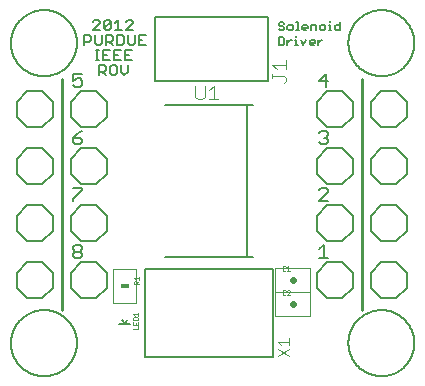
<source format=gto>
G75*
%MOIN*%
%OFA0B0*%
%FSLAX25Y25*%
%IPPOS*%
%LPD*%
%AMOC8*
5,1,8,0,0,1.08239X$1,22.5*
%
%ADD10C,0.01000*%
%ADD11C,0.00600*%
%ADD12C,0.00500*%
%ADD13C,0.00800*%
%ADD14C,0.00400*%
%ADD15C,0.00200*%
%ADD16C,0.02200*%
%ADD17C,0.00100*%
%ADD18R,0.03000X0.01800*%
D10*
X0018250Y0023250D02*
X0018250Y0100250D01*
X0118250Y0100250D02*
X0118250Y0023250D01*
D11*
X0111750Y0027250D02*
X0106750Y0027250D01*
X0103250Y0030750D01*
X0103250Y0035750D01*
X0106750Y0039250D01*
X0111750Y0039250D01*
X0115250Y0035750D01*
X0115250Y0030750D01*
X0111750Y0027250D01*
X0121250Y0030750D02*
X0121250Y0035750D01*
X0124750Y0039250D01*
X0129750Y0039250D01*
X0133250Y0035750D01*
X0133250Y0030750D01*
X0129750Y0027250D01*
X0124750Y0027250D01*
X0121250Y0030750D01*
X0124750Y0046250D02*
X0129750Y0046250D01*
X0133250Y0049750D01*
X0133250Y0054750D01*
X0129750Y0058250D01*
X0124750Y0058250D01*
X0121250Y0054750D01*
X0121250Y0049750D01*
X0124750Y0046250D01*
X0115250Y0049750D02*
X0115250Y0054750D01*
X0111750Y0058250D01*
X0106750Y0058250D01*
X0103250Y0054750D01*
X0103250Y0049750D01*
X0106750Y0046250D01*
X0111750Y0046250D01*
X0115250Y0049750D01*
X0111750Y0065250D02*
X0106750Y0065250D01*
X0103250Y0068750D01*
X0103250Y0073750D01*
X0106750Y0077250D01*
X0111750Y0077250D01*
X0115250Y0073750D01*
X0115250Y0068750D01*
X0111750Y0065250D01*
X0121250Y0068750D02*
X0121250Y0073750D01*
X0124750Y0077250D01*
X0129750Y0077250D01*
X0133250Y0073750D01*
X0133250Y0068750D01*
X0129750Y0065250D01*
X0124750Y0065250D01*
X0121250Y0068750D01*
X0124750Y0084250D02*
X0129750Y0084250D01*
X0133250Y0087750D01*
X0133250Y0092750D01*
X0129750Y0096250D01*
X0124750Y0096250D01*
X0121250Y0092750D01*
X0121250Y0087750D01*
X0124750Y0084250D01*
X0115250Y0087750D02*
X0115250Y0092750D01*
X0111750Y0096250D01*
X0106750Y0096250D01*
X0103250Y0092750D01*
X0103250Y0087750D01*
X0106750Y0084250D01*
X0111750Y0084250D01*
X0115250Y0087750D01*
X0046234Y0111550D02*
X0043966Y0111550D01*
X0043966Y0114953D01*
X0046234Y0114953D01*
X0045100Y0113251D02*
X0043966Y0113251D01*
X0042551Y0112117D02*
X0042551Y0114953D01*
X0041868Y0116550D02*
X0039599Y0116550D01*
X0041868Y0118819D01*
X0041868Y0119386D01*
X0041301Y0119953D01*
X0040167Y0119953D01*
X0039599Y0119386D01*
X0037051Y0119953D02*
X0037051Y0116550D01*
X0038185Y0116550D02*
X0035916Y0116550D01*
X0034502Y0117117D02*
X0033935Y0116550D01*
X0032800Y0116550D01*
X0032233Y0117117D01*
X0034502Y0119386D01*
X0034502Y0117117D01*
X0035916Y0118819D02*
X0037051Y0119953D01*
X0034502Y0119386D02*
X0033935Y0119953D01*
X0032800Y0119953D01*
X0032233Y0119386D01*
X0032233Y0117117D01*
X0030819Y0116550D02*
X0028550Y0116550D01*
X0030819Y0118819D01*
X0030819Y0119386D01*
X0030251Y0119953D01*
X0029117Y0119953D01*
X0028550Y0119386D01*
X0029233Y0114953D02*
X0029233Y0112117D01*
X0029800Y0111550D01*
X0030935Y0111550D01*
X0031502Y0112117D01*
X0031502Y0114953D01*
X0032916Y0114953D02*
X0034618Y0114953D01*
X0035185Y0114386D01*
X0035185Y0113251D01*
X0034618Y0112684D01*
X0032916Y0112684D01*
X0032916Y0111550D02*
X0032916Y0114953D01*
X0034051Y0112684D02*
X0035185Y0111550D01*
X0036599Y0111550D02*
X0038301Y0111550D01*
X0038868Y0112117D01*
X0038868Y0114386D01*
X0038301Y0114953D01*
X0036599Y0114953D01*
X0036599Y0111550D01*
X0035689Y0109953D02*
X0035689Y0106550D01*
X0037957Y0106550D01*
X0039372Y0106550D02*
X0041640Y0106550D01*
X0040506Y0108251D02*
X0039372Y0108251D01*
X0039372Y0106550D02*
X0039372Y0109953D01*
X0041640Y0109953D01*
X0041984Y0111550D02*
X0040850Y0111550D01*
X0040283Y0112117D01*
X0040283Y0114953D01*
X0042551Y0112117D02*
X0041984Y0111550D01*
X0037957Y0109953D02*
X0035689Y0109953D01*
X0034274Y0109953D02*
X0032005Y0109953D01*
X0032005Y0106550D01*
X0034274Y0106550D01*
X0034800Y0104953D02*
X0034233Y0104386D01*
X0034233Y0102117D01*
X0034800Y0101550D01*
X0035935Y0101550D01*
X0036502Y0102117D01*
X0036502Y0104386D01*
X0035935Y0104953D01*
X0034800Y0104953D01*
X0032819Y0104386D02*
X0032819Y0103251D01*
X0032251Y0102684D01*
X0030550Y0102684D01*
X0030550Y0101550D02*
X0030550Y0104953D01*
X0032251Y0104953D01*
X0032819Y0104386D01*
X0031684Y0102684D02*
X0032819Y0101550D01*
X0037916Y0102684D02*
X0039051Y0101550D01*
X0040185Y0102684D01*
X0040185Y0104953D01*
X0037916Y0104953D02*
X0037916Y0102684D01*
X0036823Y0108251D02*
X0035689Y0108251D01*
X0033140Y0108251D02*
X0032005Y0108251D01*
X0030684Y0106550D02*
X0029550Y0106550D01*
X0030117Y0106550D02*
X0030117Y0109953D01*
X0029550Y0109953D02*
X0030684Y0109953D01*
X0027819Y0113251D02*
X0027251Y0112684D01*
X0025550Y0112684D01*
X0025550Y0111550D02*
X0025550Y0114953D01*
X0027251Y0114953D01*
X0027819Y0114386D01*
X0027819Y0113251D01*
X0029750Y0096250D02*
X0024750Y0096250D01*
X0021250Y0092750D01*
X0021250Y0087750D01*
X0024750Y0084250D01*
X0029750Y0084250D01*
X0033250Y0087750D01*
X0033250Y0092750D01*
X0029750Y0096250D01*
X0015250Y0092750D02*
X0015250Y0087750D01*
X0011750Y0084250D01*
X0006750Y0084250D01*
X0003250Y0087750D01*
X0003250Y0092750D01*
X0006750Y0096250D01*
X0011750Y0096250D01*
X0015250Y0092750D01*
X0011750Y0077250D02*
X0006750Y0077250D01*
X0003250Y0073750D01*
X0003250Y0068750D01*
X0006750Y0065250D01*
X0011750Y0065250D01*
X0015250Y0068750D01*
X0015250Y0073750D01*
X0011750Y0077250D01*
X0021250Y0073750D02*
X0021250Y0068750D01*
X0024750Y0065250D01*
X0029750Y0065250D01*
X0033250Y0068750D01*
X0033250Y0073750D01*
X0029750Y0077250D01*
X0024750Y0077250D01*
X0021250Y0073750D01*
X0024750Y0058250D02*
X0029750Y0058250D01*
X0033250Y0054750D01*
X0033250Y0049750D01*
X0029750Y0046250D01*
X0024750Y0046250D01*
X0021250Y0049750D01*
X0021250Y0054750D01*
X0024750Y0058250D01*
X0015250Y0054750D02*
X0015250Y0049750D01*
X0011750Y0046250D01*
X0006750Y0046250D01*
X0003250Y0049750D01*
X0003250Y0054750D01*
X0006750Y0058250D01*
X0011750Y0058250D01*
X0015250Y0054750D01*
X0011750Y0039250D02*
X0006750Y0039250D01*
X0003250Y0035750D01*
X0003250Y0030750D01*
X0006750Y0027250D01*
X0011750Y0027250D01*
X0015250Y0030750D01*
X0015250Y0035750D01*
X0011750Y0039250D01*
X0021250Y0035750D02*
X0021250Y0030750D01*
X0024750Y0027250D01*
X0029750Y0027250D01*
X0033250Y0030750D01*
X0033250Y0035750D01*
X0029750Y0039250D01*
X0024750Y0039250D01*
X0021250Y0035750D01*
D12*
X0001250Y0012250D02*
X0001253Y0012520D01*
X0001263Y0012790D01*
X0001280Y0013059D01*
X0001303Y0013328D01*
X0001333Y0013597D01*
X0001369Y0013864D01*
X0001412Y0014131D01*
X0001461Y0014396D01*
X0001517Y0014660D01*
X0001580Y0014923D01*
X0001648Y0015184D01*
X0001724Y0015443D01*
X0001805Y0015700D01*
X0001893Y0015956D01*
X0001987Y0016209D01*
X0002087Y0016460D01*
X0002194Y0016708D01*
X0002306Y0016953D01*
X0002425Y0017196D01*
X0002549Y0017435D01*
X0002679Y0017672D01*
X0002815Y0017905D01*
X0002957Y0018135D01*
X0003104Y0018361D01*
X0003257Y0018584D01*
X0003415Y0018803D01*
X0003578Y0019018D01*
X0003747Y0019228D01*
X0003921Y0019435D01*
X0004100Y0019637D01*
X0004283Y0019835D01*
X0004472Y0020028D01*
X0004665Y0020217D01*
X0004863Y0020400D01*
X0005065Y0020579D01*
X0005272Y0020753D01*
X0005482Y0020922D01*
X0005697Y0021085D01*
X0005916Y0021243D01*
X0006139Y0021396D01*
X0006365Y0021543D01*
X0006595Y0021685D01*
X0006828Y0021821D01*
X0007065Y0021951D01*
X0007304Y0022075D01*
X0007547Y0022194D01*
X0007792Y0022306D01*
X0008040Y0022413D01*
X0008291Y0022513D01*
X0008544Y0022607D01*
X0008800Y0022695D01*
X0009057Y0022776D01*
X0009316Y0022852D01*
X0009577Y0022920D01*
X0009840Y0022983D01*
X0010104Y0023039D01*
X0010369Y0023088D01*
X0010636Y0023131D01*
X0010903Y0023167D01*
X0011172Y0023197D01*
X0011441Y0023220D01*
X0011710Y0023237D01*
X0011980Y0023247D01*
X0012250Y0023250D01*
X0012520Y0023247D01*
X0012790Y0023237D01*
X0013059Y0023220D01*
X0013328Y0023197D01*
X0013597Y0023167D01*
X0013864Y0023131D01*
X0014131Y0023088D01*
X0014396Y0023039D01*
X0014660Y0022983D01*
X0014923Y0022920D01*
X0015184Y0022852D01*
X0015443Y0022776D01*
X0015700Y0022695D01*
X0015956Y0022607D01*
X0016209Y0022513D01*
X0016460Y0022413D01*
X0016708Y0022306D01*
X0016953Y0022194D01*
X0017196Y0022075D01*
X0017435Y0021951D01*
X0017672Y0021821D01*
X0017905Y0021685D01*
X0018135Y0021543D01*
X0018361Y0021396D01*
X0018584Y0021243D01*
X0018803Y0021085D01*
X0019018Y0020922D01*
X0019228Y0020753D01*
X0019435Y0020579D01*
X0019637Y0020400D01*
X0019835Y0020217D01*
X0020028Y0020028D01*
X0020217Y0019835D01*
X0020400Y0019637D01*
X0020579Y0019435D01*
X0020753Y0019228D01*
X0020922Y0019018D01*
X0021085Y0018803D01*
X0021243Y0018584D01*
X0021396Y0018361D01*
X0021543Y0018135D01*
X0021685Y0017905D01*
X0021821Y0017672D01*
X0021951Y0017435D01*
X0022075Y0017196D01*
X0022194Y0016953D01*
X0022306Y0016708D01*
X0022413Y0016460D01*
X0022513Y0016209D01*
X0022607Y0015956D01*
X0022695Y0015700D01*
X0022776Y0015443D01*
X0022852Y0015184D01*
X0022920Y0014923D01*
X0022983Y0014660D01*
X0023039Y0014396D01*
X0023088Y0014131D01*
X0023131Y0013864D01*
X0023167Y0013597D01*
X0023197Y0013328D01*
X0023220Y0013059D01*
X0023237Y0012790D01*
X0023247Y0012520D01*
X0023250Y0012250D01*
X0023247Y0011980D01*
X0023237Y0011710D01*
X0023220Y0011441D01*
X0023197Y0011172D01*
X0023167Y0010903D01*
X0023131Y0010636D01*
X0023088Y0010369D01*
X0023039Y0010104D01*
X0022983Y0009840D01*
X0022920Y0009577D01*
X0022852Y0009316D01*
X0022776Y0009057D01*
X0022695Y0008800D01*
X0022607Y0008544D01*
X0022513Y0008291D01*
X0022413Y0008040D01*
X0022306Y0007792D01*
X0022194Y0007547D01*
X0022075Y0007304D01*
X0021951Y0007065D01*
X0021821Y0006828D01*
X0021685Y0006595D01*
X0021543Y0006365D01*
X0021396Y0006139D01*
X0021243Y0005916D01*
X0021085Y0005697D01*
X0020922Y0005482D01*
X0020753Y0005272D01*
X0020579Y0005065D01*
X0020400Y0004863D01*
X0020217Y0004665D01*
X0020028Y0004472D01*
X0019835Y0004283D01*
X0019637Y0004100D01*
X0019435Y0003921D01*
X0019228Y0003747D01*
X0019018Y0003578D01*
X0018803Y0003415D01*
X0018584Y0003257D01*
X0018361Y0003104D01*
X0018135Y0002957D01*
X0017905Y0002815D01*
X0017672Y0002679D01*
X0017435Y0002549D01*
X0017196Y0002425D01*
X0016953Y0002306D01*
X0016708Y0002194D01*
X0016460Y0002087D01*
X0016209Y0001987D01*
X0015956Y0001893D01*
X0015700Y0001805D01*
X0015443Y0001724D01*
X0015184Y0001648D01*
X0014923Y0001580D01*
X0014660Y0001517D01*
X0014396Y0001461D01*
X0014131Y0001412D01*
X0013864Y0001369D01*
X0013597Y0001333D01*
X0013328Y0001303D01*
X0013059Y0001280D01*
X0012790Y0001263D01*
X0012520Y0001253D01*
X0012250Y0001250D01*
X0011980Y0001253D01*
X0011710Y0001263D01*
X0011441Y0001280D01*
X0011172Y0001303D01*
X0010903Y0001333D01*
X0010636Y0001369D01*
X0010369Y0001412D01*
X0010104Y0001461D01*
X0009840Y0001517D01*
X0009577Y0001580D01*
X0009316Y0001648D01*
X0009057Y0001724D01*
X0008800Y0001805D01*
X0008544Y0001893D01*
X0008291Y0001987D01*
X0008040Y0002087D01*
X0007792Y0002194D01*
X0007547Y0002306D01*
X0007304Y0002425D01*
X0007065Y0002549D01*
X0006828Y0002679D01*
X0006595Y0002815D01*
X0006365Y0002957D01*
X0006139Y0003104D01*
X0005916Y0003257D01*
X0005697Y0003415D01*
X0005482Y0003578D01*
X0005272Y0003747D01*
X0005065Y0003921D01*
X0004863Y0004100D01*
X0004665Y0004283D01*
X0004472Y0004472D01*
X0004283Y0004665D01*
X0004100Y0004863D01*
X0003921Y0005065D01*
X0003747Y0005272D01*
X0003578Y0005482D01*
X0003415Y0005697D01*
X0003257Y0005916D01*
X0003104Y0006139D01*
X0002957Y0006365D01*
X0002815Y0006595D01*
X0002679Y0006828D01*
X0002549Y0007065D01*
X0002425Y0007304D01*
X0002306Y0007547D01*
X0002194Y0007792D01*
X0002087Y0008040D01*
X0001987Y0008291D01*
X0001893Y0008544D01*
X0001805Y0008800D01*
X0001724Y0009057D01*
X0001648Y0009316D01*
X0001580Y0009577D01*
X0001517Y0009840D01*
X0001461Y0010104D01*
X0001412Y0010369D01*
X0001369Y0010636D01*
X0001333Y0010903D01*
X0001303Y0011172D01*
X0001280Y0011441D01*
X0001263Y0011710D01*
X0001253Y0011980D01*
X0001250Y0012250D01*
X0022751Y0040500D02*
X0022000Y0041251D01*
X0022000Y0042001D01*
X0022751Y0042752D01*
X0024252Y0042752D01*
X0025003Y0042001D01*
X0025003Y0041251D01*
X0024252Y0040500D01*
X0022751Y0040500D01*
X0022751Y0042752D02*
X0022000Y0043503D01*
X0022000Y0044253D01*
X0022751Y0045004D01*
X0024252Y0045004D01*
X0025003Y0044253D01*
X0025003Y0043503D01*
X0024252Y0042752D01*
X0022000Y0059500D02*
X0022000Y0060251D01*
X0025003Y0063253D01*
X0025003Y0064004D01*
X0022000Y0064004D01*
X0022751Y0078500D02*
X0024252Y0078500D01*
X0025003Y0079251D01*
X0025003Y0080001D01*
X0024252Y0080752D01*
X0022000Y0080752D01*
X0022000Y0079251D01*
X0022751Y0078500D01*
X0022000Y0080752D02*
X0023501Y0082253D01*
X0025003Y0083004D01*
X0024252Y0097500D02*
X0022751Y0097500D01*
X0022000Y0098251D01*
X0024252Y0097500D02*
X0025003Y0098251D01*
X0025003Y0099752D01*
X0024252Y0100503D01*
X0023501Y0100503D01*
X0022000Y0099752D01*
X0022000Y0102004D01*
X0025003Y0102004D01*
X0001250Y0112250D02*
X0001253Y0112520D01*
X0001263Y0112790D01*
X0001280Y0113059D01*
X0001303Y0113328D01*
X0001333Y0113597D01*
X0001369Y0113864D01*
X0001412Y0114131D01*
X0001461Y0114396D01*
X0001517Y0114660D01*
X0001580Y0114923D01*
X0001648Y0115184D01*
X0001724Y0115443D01*
X0001805Y0115700D01*
X0001893Y0115956D01*
X0001987Y0116209D01*
X0002087Y0116460D01*
X0002194Y0116708D01*
X0002306Y0116953D01*
X0002425Y0117196D01*
X0002549Y0117435D01*
X0002679Y0117672D01*
X0002815Y0117905D01*
X0002957Y0118135D01*
X0003104Y0118361D01*
X0003257Y0118584D01*
X0003415Y0118803D01*
X0003578Y0119018D01*
X0003747Y0119228D01*
X0003921Y0119435D01*
X0004100Y0119637D01*
X0004283Y0119835D01*
X0004472Y0120028D01*
X0004665Y0120217D01*
X0004863Y0120400D01*
X0005065Y0120579D01*
X0005272Y0120753D01*
X0005482Y0120922D01*
X0005697Y0121085D01*
X0005916Y0121243D01*
X0006139Y0121396D01*
X0006365Y0121543D01*
X0006595Y0121685D01*
X0006828Y0121821D01*
X0007065Y0121951D01*
X0007304Y0122075D01*
X0007547Y0122194D01*
X0007792Y0122306D01*
X0008040Y0122413D01*
X0008291Y0122513D01*
X0008544Y0122607D01*
X0008800Y0122695D01*
X0009057Y0122776D01*
X0009316Y0122852D01*
X0009577Y0122920D01*
X0009840Y0122983D01*
X0010104Y0123039D01*
X0010369Y0123088D01*
X0010636Y0123131D01*
X0010903Y0123167D01*
X0011172Y0123197D01*
X0011441Y0123220D01*
X0011710Y0123237D01*
X0011980Y0123247D01*
X0012250Y0123250D01*
X0012520Y0123247D01*
X0012790Y0123237D01*
X0013059Y0123220D01*
X0013328Y0123197D01*
X0013597Y0123167D01*
X0013864Y0123131D01*
X0014131Y0123088D01*
X0014396Y0123039D01*
X0014660Y0122983D01*
X0014923Y0122920D01*
X0015184Y0122852D01*
X0015443Y0122776D01*
X0015700Y0122695D01*
X0015956Y0122607D01*
X0016209Y0122513D01*
X0016460Y0122413D01*
X0016708Y0122306D01*
X0016953Y0122194D01*
X0017196Y0122075D01*
X0017435Y0121951D01*
X0017672Y0121821D01*
X0017905Y0121685D01*
X0018135Y0121543D01*
X0018361Y0121396D01*
X0018584Y0121243D01*
X0018803Y0121085D01*
X0019018Y0120922D01*
X0019228Y0120753D01*
X0019435Y0120579D01*
X0019637Y0120400D01*
X0019835Y0120217D01*
X0020028Y0120028D01*
X0020217Y0119835D01*
X0020400Y0119637D01*
X0020579Y0119435D01*
X0020753Y0119228D01*
X0020922Y0119018D01*
X0021085Y0118803D01*
X0021243Y0118584D01*
X0021396Y0118361D01*
X0021543Y0118135D01*
X0021685Y0117905D01*
X0021821Y0117672D01*
X0021951Y0117435D01*
X0022075Y0117196D01*
X0022194Y0116953D01*
X0022306Y0116708D01*
X0022413Y0116460D01*
X0022513Y0116209D01*
X0022607Y0115956D01*
X0022695Y0115700D01*
X0022776Y0115443D01*
X0022852Y0115184D01*
X0022920Y0114923D01*
X0022983Y0114660D01*
X0023039Y0114396D01*
X0023088Y0114131D01*
X0023131Y0113864D01*
X0023167Y0113597D01*
X0023197Y0113328D01*
X0023220Y0113059D01*
X0023237Y0112790D01*
X0023247Y0112520D01*
X0023250Y0112250D01*
X0023247Y0111980D01*
X0023237Y0111710D01*
X0023220Y0111441D01*
X0023197Y0111172D01*
X0023167Y0110903D01*
X0023131Y0110636D01*
X0023088Y0110369D01*
X0023039Y0110104D01*
X0022983Y0109840D01*
X0022920Y0109577D01*
X0022852Y0109316D01*
X0022776Y0109057D01*
X0022695Y0108800D01*
X0022607Y0108544D01*
X0022513Y0108291D01*
X0022413Y0108040D01*
X0022306Y0107792D01*
X0022194Y0107547D01*
X0022075Y0107304D01*
X0021951Y0107065D01*
X0021821Y0106828D01*
X0021685Y0106595D01*
X0021543Y0106365D01*
X0021396Y0106139D01*
X0021243Y0105916D01*
X0021085Y0105697D01*
X0020922Y0105482D01*
X0020753Y0105272D01*
X0020579Y0105065D01*
X0020400Y0104863D01*
X0020217Y0104665D01*
X0020028Y0104472D01*
X0019835Y0104283D01*
X0019637Y0104100D01*
X0019435Y0103921D01*
X0019228Y0103747D01*
X0019018Y0103578D01*
X0018803Y0103415D01*
X0018584Y0103257D01*
X0018361Y0103104D01*
X0018135Y0102957D01*
X0017905Y0102815D01*
X0017672Y0102679D01*
X0017435Y0102549D01*
X0017196Y0102425D01*
X0016953Y0102306D01*
X0016708Y0102194D01*
X0016460Y0102087D01*
X0016209Y0101987D01*
X0015956Y0101893D01*
X0015700Y0101805D01*
X0015443Y0101724D01*
X0015184Y0101648D01*
X0014923Y0101580D01*
X0014660Y0101517D01*
X0014396Y0101461D01*
X0014131Y0101412D01*
X0013864Y0101369D01*
X0013597Y0101333D01*
X0013328Y0101303D01*
X0013059Y0101280D01*
X0012790Y0101263D01*
X0012520Y0101253D01*
X0012250Y0101250D01*
X0011980Y0101253D01*
X0011710Y0101263D01*
X0011441Y0101280D01*
X0011172Y0101303D01*
X0010903Y0101333D01*
X0010636Y0101369D01*
X0010369Y0101412D01*
X0010104Y0101461D01*
X0009840Y0101517D01*
X0009577Y0101580D01*
X0009316Y0101648D01*
X0009057Y0101724D01*
X0008800Y0101805D01*
X0008544Y0101893D01*
X0008291Y0101987D01*
X0008040Y0102087D01*
X0007792Y0102194D01*
X0007547Y0102306D01*
X0007304Y0102425D01*
X0007065Y0102549D01*
X0006828Y0102679D01*
X0006595Y0102815D01*
X0006365Y0102957D01*
X0006139Y0103104D01*
X0005916Y0103257D01*
X0005697Y0103415D01*
X0005482Y0103578D01*
X0005272Y0103747D01*
X0005065Y0103921D01*
X0004863Y0104100D01*
X0004665Y0104283D01*
X0004472Y0104472D01*
X0004283Y0104665D01*
X0004100Y0104863D01*
X0003921Y0105065D01*
X0003747Y0105272D01*
X0003578Y0105482D01*
X0003415Y0105697D01*
X0003257Y0105916D01*
X0003104Y0106139D01*
X0002957Y0106365D01*
X0002815Y0106595D01*
X0002679Y0106828D01*
X0002549Y0107065D01*
X0002425Y0107304D01*
X0002306Y0107547D01*
X0002194Y0107792D01*
X0002087Y0108040D01*
X0001987Y0108291D01*
X0001893Y0108544D01*
X0001805Y0108800D01*
X0001724Y0109057D01*
X0001648Y0109316D01*
X0001580Y0109577D01*
X0001517Y0109840D01*
X0001461Y0110104D01*
X0001412Y0110369D01*
X0001369Y0110636D01*
X0001333Y0110903D01*
X0001303Y0111172D01*
X0001280Y0111441D01*
X0001263Y0111710D01*
X0001253Y0111980D01*
X0001250Y0112250D01*
X0090500Y0111500D02*
X0091851Y0111500D01*
X0092302Y0111950D01*
X0092302Y0113752D01*
X0091851Y0114202D01*
X0090500Y0114202D01*
X0090500Y0111500D01*
X0093447Y0111500D02*
X0093447Y0113302D01*
X0094347Y0113302D02*
X0094798Y0113302D01*
X0094347Y0113302D02*
X0093447Y0112401D01*
X0095902Y0113302D02*
X0096352Y0113302D01*
X0096352Y0111500D01*
X0095902Y0111500D02*
X0096803Y0111500D01*
X0098767Y0111500D02*
X0097866Y0113302D01*
X0096352Y0114202D02*
X0096352Y0114653D01*
X0096393Y0116500D02*
X0097294Y0116500D01*
X0096843Y0116500D02*
X0096843Y0119202D01*
X0096393Y0119202D01*
X0095248Y0117851D02*
X0094798Y0118302D01*
X0093897Y0118302D01*
X0093447Y0117851D01*
X0093447Y0116950D01*
X0093897Y0116500D01*
X0094798Y0116500D01*
X0095248Y0116950D01*
X0095248Y0117851D01*
X0092302Y0117401D02*
X0092302Y0116950D01*
X0091851Y0116500D01*
X0090950Y0116500D01*
X0090500Y0116950D01*
X0090950Y0117851D02*
X0091851Y0117851D01*
X0092302Y0117401D01*
X0092302Y0118752D02*
X0091851Y0119202D01*
X0090950Y0119202D01*
X0090500Y0118752D01*
X0090500Y0118302D01*
X0090950Y0117851D01*
X0098357Y0117851D02*
X0098357Y0116950D01*
X0098808Y0116500D01*
X0099709Y0116500D01*
X0100159Y0117401D02*
X0098357Y0117401D01*
X0098357Y0117851D02*
X0098808Y0118302D01*
X0099709Y0118302D01*
X0100159Y0117851D01*
X0100159Y0117401D01*
X0101304Y0116500D02*
X0101304Y0118302D01*
X0102655Y0118302D01*
X0103105Y0117851D01*
X0103105Y0116500D01*
X0104250Y0116950D02*
X0104250Y0117851D01*
X0104701Y0118302D01*
X0105602Y0118302D01*
X0106052Y0117851D01*
X0106052Y0116950D01*
X0105602Y0116500D01*
X0104701Y0116500D01*
X0104250Y0116950D01*
X0107197Y0116500D02*
X0108098Y0116500D01*
X0107647Y0116500D02*
X0107647Y0118302D01*
X0107197Y0118302D01*
X0107647Y0119202D02*
X0107647Y0119653D01*
X0109161Y0117851D02*
X0109612Y0118302D01*
X0110963Y0118302D01*
X0110963Y0119202D02*
X0110963Y0116500D01*
X0109612Y0116500D01*
X0109161Y0116950D01*
X0109161Y0117851D01*
X0105110Y0113302D02*
X0104660Y0113302D01*
X0103759Y0112401D01*
X0103759Y0111500D02*
X0103759Y0113302D01*
X0102614Y0112851D02*
X0102614Y0112401D01*
X0100813Y0112401D01*
X0100813Y0112851D02*
X0101263Y0113302D01*
X0102164Y0113302D01*
X0102614Y0112851D01*
X0102164Y0111500D02*
X0101263Y0111500D01*
X0100813Y0111950D01*
X0100813Y0112851D01*
X0099668Y0113302D02*
X0098767Y0111500D01*
X0106252Y0102004D02*
X0104000Y0099752D01*
X0107003Y0099752D01*
X0106252Y0097500D02*
X0106252Y0102004D01*
X0113750Y0112250D02*
X0113753Y0112520D01*
X0113763Y0112790D01*
X0113780Y0113059D01*
X0113803Y0113328D01*
X0113833Y0113597D01*
X0113869Y0113864D01*
X0113912Y0114131D01*
X0113961Y0114396D01*
X0114017Y0114660D01*
X0114080Y0114923D01*
X0114148Y0115184D01*
X0114224Y0115443D01*
X0114305Y0115700D01*
X0114393Y0115956D01*
X0114487Y0116209D01*
X0114587Y0116460D01*
X0114694Y0116708D01*
X0114806Y0116953D01*
X0114925Y0117196D01*
X0115049Y0117435D01*
X0115179Y0117672D01*
X0115315Y0117905D01*
X0115457Y0118135D01*
X0115604Y0118361D01*
X0115757Y0118584D01*
X0115915Y0118803D01*
X0116078Y0119018D01*
X0116247Y0119228D01*
X0116421Y0119435D01*
X0116600Y0119637D01*
X0116783Y0119835D01*
X0116972Y0120028D01*
X0117165Y0120217D01*
X0117363Y0120400D01*
X0117565Y0120579D01*
X0117772Y0120753D01*
X0117982Y0120922D01*
X0118197Y0121085D01*
X0118416Y0121243D01*
X0118639Y0121396D01*
X0118865Y0121543D01*
X0119095Y0121685D01*
X0119328Y0121821D01*
X0119565Y0121951D01*
X0119804Y0122075D01*
X0120047Y0122194D01*
X0120292Y0122306D01*
X0120540Y0122413D01*
X0120791Y0122513D01*
X0121044Y0122607D01*
X0121300Y0122695D01*
X0121557Y0122776D01*
X0121816Y0122852D01*
X0122077Y0122920D01*
X0122340Y0122983D01*
X0122604Y0123039D01*
X0122869Y0123088D01*
X0123136Y0123131D01*
X0123403Y0123167D01*
X0123672Y0123197D01*
X0123941Y0123220D01*
X0124210Y0123237D01*
X0124480Y0123247D01*
X0124750Y0123250D01*
X0125020Y0123247D01*
X0125290Y0123237D01*
X0125559Y0123220D01*
X0125828Y0123197D01*
X0126097Y0123167D01*
X0126364Y0123131D01*
X0126631Y0123088D01*
X0126896Y0123039D01*
X0127160Y0122983D01*
X0127423Y0122920D01*
X0127684Y0122852D01*
X0127943Y0122776D01*
X0128200Y0122695D01*
X0128456Y0122607D01*
X0128709Y0122513D01*
X0128960Y0122413D01*
X0129208Y0122306D01*
X0129453Y0122194D01*
X0129696Y0122075D01*
X0129935Y0121951D01*
X0130172Y0121821D01*
X0130405Y0121685D01*
X0130635Y0121543D01*
X0130861Y0121396D01*
X0131084Y0121243D01*
X0131303Y0121085D01*
X0131518Y0120922D01*
X0131728Y0120753D01*
X0131935Y0120579D01*
X0132137Y0120400D01*
X0132335Y0120217D01*
X0132528Y0120028D01*
X0132717Y0119835D01*
X0132900Y0119637D01*
X0133079Y0119435D01*
X0133253Y0119228D01*
X0133422Y0119018D01*
X0133585Y0118803D01*
X0133743Y0118584D01*
X0133896Y0118361D01*
X0134043Y0118135D01*
X0134185Y0117905D01*
X0134321Y0117672D01*
X0134451Y0117435D01*
X0134575Y0117196D01*
X0134694Y0116953D01*
X0134806Y0116708D01*
X0134913Y0116460D01*
X0135013Y0116209D01*
X0135107Y0115956D01*
X0135195Y0115700D01*
X0135276Y0115443D01*
X0135352Y0115184D01*
X0135420Y0114923D01*
X0135483Y0114660D01*
X0135539Y0114396D01*
X0135588Y0114131D01*
X0135631Y0113864D01*
X0135667Y0113597D01*
X0135697Y0113328D01*
X0135720Y0113059D01*
X0135737Y0112790D01*
X0135747Y0112520D01*
X0135750Y0112250D01*
X0135747Y0111980D01*
X0135737Y0111710D01*
X0135720Y0111441D01*
X0135697Y0111172D01*
X0135667Y0110903D01*
X0135631Y0110636D01*
X0135588Y0110369D01*
X0135539Y0110104D01*
X0135483Y0109840D01*
X0135420Y0109577D01*
X0135352Y0109316D01*
X0135276Y0109057D01*
X0135195Y0108800D01*
X0135107Y0108544D01*
X0135013Y0108291D01*
X0134913Y0108040D01*
X0134806Y0107792D01*
X0134694Y0107547D01*
X0134575Y0107304D01*
X0134451Y0107065D01*
X0134321Y0106828D01*
X0134185Y0106595D01*
X0134043Y0106365D01*
X0133896Y0106139D01*
X0133743Y0105916D01*
X0133585Y0105697D01*
X0133422Y0105482D01*
X0133253Y0105272D01*
X0133079Y0105065D01*
X0132900Y0104863D01*
X0132717Y0104665D01*
X0132528Y0104472D01*
X0132335Y0104283D01*
X0132137Y0104100D01*
X0131935Y0103921D01*
X0131728Y0103747D01*
X0131518Y0103578D01*
X0131303Y0103415D01*
X0131084Y0103257D01*
X0130861Y0103104D01*
X0130635Y0102957D01*
X0130405Y0102815D01*
X0130172Y0102679D01*
X0129935Y0102549D01*
X0129696Y0102425D01*
X0129453Y0102306D01*
X0129208Y0102194D01*
X0128960Y0102087D01*
X0128709Y0101987D01*
X0128456Y0101893D01*
X0128200Y0101805D01*
X0127943Y0101724D01*
X0127684Y0101648D01*
X0127423Y0101580D01*
X0127160Y0101517D01*
X0126896Y0101461D01*
X0126631Y0101412D01*
X0126364Y0101369D01*
X0126097Y0101333D01*
X0125828Y0101303D01*
X0125559Y0101280D01*
X0125290Y0101263D01*
X0125020Y0101253D01*
X0124750Y0101250D01*
X0124480Y0101253D01*
X0124210Y0101263D01*
X0123941Y0101280D01*
X0123672Y0101303D01*
X0123403Y0101333D01*
X0123136Y0101369D01*
X0122869Y0101412D01*
X0122604Y0101461D01*
X0122340Y0101517D01*
X0122077Y0101580D01*
X0121816Y0101648D01*
X0121557Y0101724D01*
X0121300Y0101805D01*
X0121044Y0101893D01*
X0120791Y0101987D01*
X0120540Y0102087D01*
X0120292Y0102194D01*
X0120047Y0102306D01*
X0119804Y0102425D01*
X0119565Y0102549D01*
X0119328Y0102679D01*
X0119095Y0102815D01*
X0118865Y0102957D01*
X0118639Y0103104D01*
X0118416Y0103257D01*
X0118197Y0103415D01*
X0117982Y0103578D01*
X0117772Y0103747D01*
X0117565Y0103921D01*
X0117363Y0104100D01*
X0117165Y0104283D01*
X0116972Y0104472D01*
X0116783Y0104665D01*
X0116600Y0104863D01*
X0116421Y0105065D01*
X0116247Y0105272D01*
X0116078Y0105482D01*
X0115915Y0105697D01*
X0115757Y0105916D01*
X0115604Y0106139D01*
X0115457Y0106365D01*
X0115315Y0106595D01*
X0115179Y0106828D01*
X0115049Y0107065D01*
X0114925Y0107304D01*
X0114806Y0107547D01*
X0114694Y0107792D01*
X0114587Y0108040D01*
X0114487Y0108291D01*
X0114393Y0108544D01*
X0114305Y0108800D01*
X0114224Y0109057D01*
X0114148Y0109316D01*
X0114080Y0109577D01*
X0114017Y0109840D01*
X0113961Y0110104D01*
X0113912Y0110369D01*
X0113869Y0110636D01*
X0113833Y0110903D01*
X0113803Y0111172D01*
X0113780Y0111441D01*
X0113763Y0111710D01*
X0113753Y0111980D01*
X0113750Y0112250D01*
X0106252Y0083004D02*
X0104751Y0083004D01*
X0104000Y0082253D01*
X0105501Y0080752D02*
X0106252Y0080752D01*
X0107003Y0080001D01*
X0107003Y0079251D01*
X0106252Y0078500D01*
X0104751Y0078500D01*
X0104000Y0079251D01*
X0106252Y0080752D02*
X0107003Y0081503D01*
X0107003Y0082253D01*
X0106252Y0083004D01*
X0106252Y0064004D02*
X0104751Y0064004D01*
X0104000Y0063253D01*
X0106252Y0064004D02*
X0107003Y0063253D01*
X0107003Y0062503D01*
X0104000Y0059500D01*
X0107003Y0059500D01*
X0105501Y0045004D02*
X0105501Y0040500D01*
X0104000Y0040500D02*
X0107003Y0040500D01*
X0104000Y0043503D02*
X0105501Y0045004D01*
X0113750Y0012250D02*
X0113753Y0012520D01*
X0113763Y0012790D01*
X0113780Y0013059D01*
X0113803Y0013328D01*
X0113833Y0013597D01*
X0113869Y0013864D01*
X0113912Y0014131D01*
X0113961Y0014396D01*
X0114017Y0014660D01*
X0114080Y0014923D01*
X0114148Y0015184D01*
X0114224Y0015443D01*
X0114305Y0015700D01*
X0114393Y0015956D01*
X0114487Y0016209D01*
X0114587Y0016460D01*
X0114694Y0016708D01*
X0114806Y0016953D01*
X0114925Y0017196D01*
X0115049Y0017435D01*
X0115179Y0017672D01*
X0115315Y0017905D01*
X0115457Y0018135D01*
X0115604Y0018361D01*
X0115757Y0018584D01*
X0115915Y0018803D01*
X0116078Y0019018D01*
X0116247Y0019228D01*
X0116421Y0019435D01*
X0116600Y0019637D01*
X0116783Y0019835D01*
X0116972Y0020028D01*
X0117165Y0020217D01*
X0117363Y0020400D01*
X0117565Y0020579D01*
X0117772Y0020753D01*
X0117982Y0020922D01*
X0118197Y0021085D01*
X0118416Y0021243D01*
X0118639Y0021396D01*
X0118865Y0021543D01*
X0119095Y0021685D01*
X0119328Y0021821D01*
X0119565Y0021951D01*
X0119804Y0022075D01*
X0120047Y0022194D01*
X0120292Y0022306D01*
X0120540Y0022413D01*
X0120791Y0022513D01*
X0121044Y0022607D01*
X0121300Y0022695D01*
X0121557Y0022776D01*
X0121816Y0022852D01*
X0122077Y0022920D01*
X0122340Y0022983D01*
X0122604Y0023039D01*
X0122869Y0023088D01*
X0123136Y0023131D01*
X0123403Y0023167D01*
X0123672Y0023197D01*
X0123941Y0023220D01*
X0124210Y0023237D01*
X0124480Y0023247D01*
X0124750Y0023250D01*
X0125020Y0023247D01*
X0125290Y0023237D01*
X0125559Y0023220D01*
X0125828Y0023197D01*
X0126097Y0023167D01*
X0126364Y0023131D01*
X0126631Y0023088D01*
X0126896Y0023039D01*
X0127160Y0022983D01*
X0127423Y0022920D01*
X0127684Y0022852D01*
X0127943Y0022776D01*
X0128200Y0022695D01*
X0128456Y0022607D01*
X0128709Y0022513D01*
X0128960Y0022413D01*
X0129208Y0022306D01*
X0129453Y0022194D01*
X0129696Y0022075D01*
X0129935Y0021951D01*
X0130172Y0021821D01*
X0130405Y0021685D01*
X0130635Y0021543D01*
X0130861Y0021396D01*
X0131084Y0021243D01*
X0131303Y0021085D01*
X0131518Y0020922D01*
X0131728Y0020753D01*
X0131935Y0020579D01*
X0132137Y0020400D01*
X0132335Y0020217D01*
X0132528Y0020028D01*
X0132717Y0019835D01*
X0132900Y0019637D01*
X0133079Y0019435D01*
X0133253Y0019228D01*
X0133422Y0019018D01*
X0133585Y0018803D01*
X0133743Y0018584D01*
X0133896Y0018361D01*
X0134043Y0018135D01*
X0134185Y0017905D01*
X0134321Y0017672D01*
X0134451Y0017435D01*
X0134575Y0017196D01*
X0134694Y0016953D01*
X0134806Y0016708D01*
X0134913Y0016460D01*
X0135013Y0016209D01*
X0135107Y0015956D01*
X0135195Y0015700D01*
X0135276Y0015443D01*
X0135352Y0015184D01*
X0135420Y0014923D01*
X0135483Y0014660D01*
X0135539Y0014396D01*
X0135588Y0014131D01*
X0135631Y0013864D01*
X0135667Y0013597D01*
X0135697Y0013328D01*
X0135720Y0013059D01*
X0135737Y0012790D01*
X0135747Y0012520D01*
X0135750Y0012250D01*
X0135747Y0011980D01*
X0135737Y0011710D01*
X0135720Y0011441D01*
X0135697Y0011172D01*
X0135667Y0010903D01*
X0135631Y0010636D01*
X0135588Y0010369D01*
X0135539Y0010104D01*
X0135483Y0009840D01*
X0135420Y0009577D01*
X0135352Y0009316D01*
X0135276Y0009057D01*
X0135195Y0008800D01*
X0135107Y0008544D01*
X0135013Y0008291D01*
X0134913Y0008040D01*
X0134806Y0007792D01*
X0134694Y0007547D01*
X0134575Y0007304D01*
X0134451Y0007065D01*
X0134321Y0006828D01*
X0134185Y0006595D01*
X0134043Y0006365D01*
X0133896Y0006139D01*
X0133743Y0005916D01*
X0133585Y0005697D01*
X0133422Y0005482D01*
X0133253Y0005272D01*
X0133079Y0005065D01*
X0132900Y0004863D01*
X0132717Y0004665D01*
X0132528Y0004472D01*
X0132335Y0004283D01*
X0132137Y0004100D01*
X0131935Y0003921D01*
X0131728Y0003747D01*
X0131518Y0003578D01*
X0131303Y0003415D01*
X0131084Y0003257D01*
X0130861Y0003104D01*
X0130635Y0002957D01*
X0130405Y0002815D01*
X0130172Y0002679D01*
X0129935Y0002549D01*
X0129696Y0002425D01*
X0129453Y0002306D01*
X0129208Y0002194D01*
X0128960Y0002087D01*
X0128709Y0001987D01*
X0128456Y0001893D01*
X0128200Y0001805D01*
X0127943Y0001724D01*
X0127684Y0001648D01*
X0127423Y0001580D01*
X0127160Y0001517D01*
X0126896Y0001461D01*
X0126631Y0001412D01*
X0126364Y0001369D01*
X0126097Y0001333D01*
X0125828Y0001303D01*
X0125559Y0001280D01*
X0125290Y0001263D01*
X0125020Y0001253D01*
X0124750Y0001250D01*
X0124480Y0001253D01*
X0124210Y0001263D01*
X0123941Y0001280D01*
X0123672Y0001303D01*
X0123403Y0001333D01*
X0123136Y0001369D01*
X0122869Y0001412D01*
X0122604Y0001461D01*
X0122340Y0001517D01*
X0122077Y0001580D01*
X0121816Y0001648D01*
X0121557Y0001724D01*
X0121300Y0001805D01*
X0121044Y0001893D01*
X0120791Y0001987D01*
X0120540Y0002087D01*
X0120292Y0002194D01*
X0120047Y0002306D01*
X0119804Y0002425D01*
X0119565Y0002549D01*
X0119328Y0002679D01*
X0119095Y0002815D01*
X0118865Y0002957D01*
X0118639Y0003104D01*
X0118416Y0003257D01*
X0118197Y0003415D01*
X0117982Y0003578D01*
X0117772Y0003747D01*
X0117565Y0003921D01*
X0117363Y0004100D01*
X0117165Y0004283D01*
X0116972Y0004472D01*
X0116783Y0004665D01*
X0116600Y0004863D01*
X0116421Y0005065D01*
X0116247Y0005272D01*
X0116078Y0005482D01*
X0115915Y0005697D01*
X0115757Y0005916D01*
X0115604Y0006139D01*
X0115457Y0006365D01*
X0115315Y0006595D01*
X0115179Y0006828D01*
X0115049Y0007065D01*
X0114925Y0007304D01*
X0114806Y0007547D01*
X0114694Y0007792D01*
X0114587Y0008040D01*
X0114487Y0008291D01*
X0114393Y0008544D01*
X0114305Y0008800D01*
X0114224Y0009057D01*
X0114148Y0009316D01*
X0114080Y0009577D01*
X0114017Y0009840D01*
X0113961Y0010104D01*
X0113912Y0010369D01*
X0113869Y0010636D01*
X0113833Y0010903D01*
X0113803Y0011172D01*
X0113780Y0011441D01*
X0113763Y0011710D01*
X0113753Y0011980D01*
X0113750Y0012250D01*
D13*
X0088510Y0007486D02*
X0045990Y0007486D01*
X0045990Y0037014D01*
X0088510Y0037014D01*
X0088510Y0007486D01*
X0081817Y0040817D02*
X0079848Y0040817D01*
X0079848Y0091683D01*
X0081817Y0091683D01*
X0079848Y0091683D02*
X0052683Y0091683D01*
X0049140Y0099620D02*
X0049140Y0120880D01*
X0086935Y0120880D01*
X0086935Y0099620D01*
X0049140Y0099620D01*
X0052683Y0040817D02*
X0079848Y0040817D01*
X0041061Y0018581D02*
X0039250Y0018581D01*
X0038330Y0019801D01*
X0037439Y0018581D02*
X0039250Y0018581D01*
X0039350Y0018641D02*
X0040110Y0019801D01*
D14*
X0090197Y0012718D02*
X0093800Y0012718D01*
X0093800Y0011517D02*
X0093800Y0013919D01*
X0091398Y0011517D02*
X0090197Y0012718D01*
X0090197Y0010236D02*
X0093800Y0007834D01*
X0093800Y0010236D02*
X0090197Y0007834D01*
X0070415Y0093450D02*
X0067346Y0093450D01*
X0068881Y0093450D02*
X0068881Y0098054D01*
X0067346Y0096519D01*
X0065811Y0098054D02*
X0065811Y0094217D01*
X0065044Y0093450D01*
X0063509Y0093450D01*
X0062742Y0094217D01*
X0062742Y0098054D01*
X0088391Y0100489D02*
X0088391Y0102023D01*
X0088391Y0101256D02*
X0092228Y0101256D01*
X0092995Y0100489D01*
X0092995Y0099721D01*
X0092228Y0098954D01*
X0092995Y0103558D02*
X0092995Y0106627D01*
X0092995Y0105092D02*
X0088391Y0105092D01*
X0089926Y0103558D01*
D15*
X0089451Y0037120D02*
X0089451Y0029380D01*
X0101049Y0029380D01*
X0101049Y0037120D01*
X0089451Y0037120D01*
X0089451Y0029120D02*
X0089451Y0021380D01*
X0101049Y0021380D01*
X0101049Y0029120D01*
X0089451Y0029120D01*
X0043120Y0025451D02*
X0035380Y0025451D01*
X0035380Y0037049D01*
X0043120Y0037049D01*
X0043120Y0025451D01*
D16*
X0095250Y0025370D02*
X0095250Y0025130D01*
X0095250Y0033130D02*
X0095250Y0033370D01*
D17*
X0094274Y0036300D02*
X0093273Y0036300D01*
X0093774Y0036300D02*
X0093774Y0037801D01*
X0093273Y0037301D01*
X0092801Y0037551D02*
X0092551Y0037801D01*
X0092050Y0037801D01*
X0091800Y0037551D01*
X0091800Y0036550D01*
X0092050Y0036300D01*
X0092551Y0036300D01*
X0092801Y0036550D01*
X0092551Y0029801D02*
X0092050Y0029801D01*
X0091800Y0029551D01*
X0091800Y0028550D01*
X0092050Y0028300D01*
X0092551Y0028300D01*
X0092801Y0028550D01*
X0093273Y0028300D02*
X0094274Y0029301D01*
X0094274Y0029551D01*
X0094024Y0029801D01*
X0093523Y0029801D01*
X0093273Y0029551D01*
X0092801Y0029551D02*
X0092551Y0029801D01*
X0093273Y0028300D02*
X0094274Y0028300D01*
X0043800Y0031853D02*
X0042299Y0031853D01*
X0042299Y0032604D01*
X0042549Y0032854D01*
X0043049Y0032854D01*
X0043300Y0032604D01*
X0043300Y0031853D01*
X0043300Y0032354D02*
X0043800Y0032854D01*
X0043800Y0033327D02*
X0043800Y0034328D01*
X0043800Y0033827D02*
X0042299Y0033827D01*
X0042799Y0033327D01*
X0043550Y0022328D02*
X0043550Y0021327D01*
X0043550Y0021827D02*
X0042049Y0021827D01*
X0042549Y0021327D01*
X0042299Y0020854D02*
X0042049Y0020604D01*
X0042049Y0019853D01*
X0043550Y0019853D01*
X0043550Y0020604D01*
X0043300Y0020854D01*
X0042299Y0020854D01*
X0042049Y0019381D02*
X0042049Y0018380D01*
X0043550Y0018380D01*
X0043550Y0019381D01*
X0042799Y0018881D02*
X0042799Y0018380D01*
X0043550Y0017908D02*
X0043550Y0016907D01*
X0042049Y0016907D01*
D18*
X0039250Y0031250D03*
M02*

</source>
